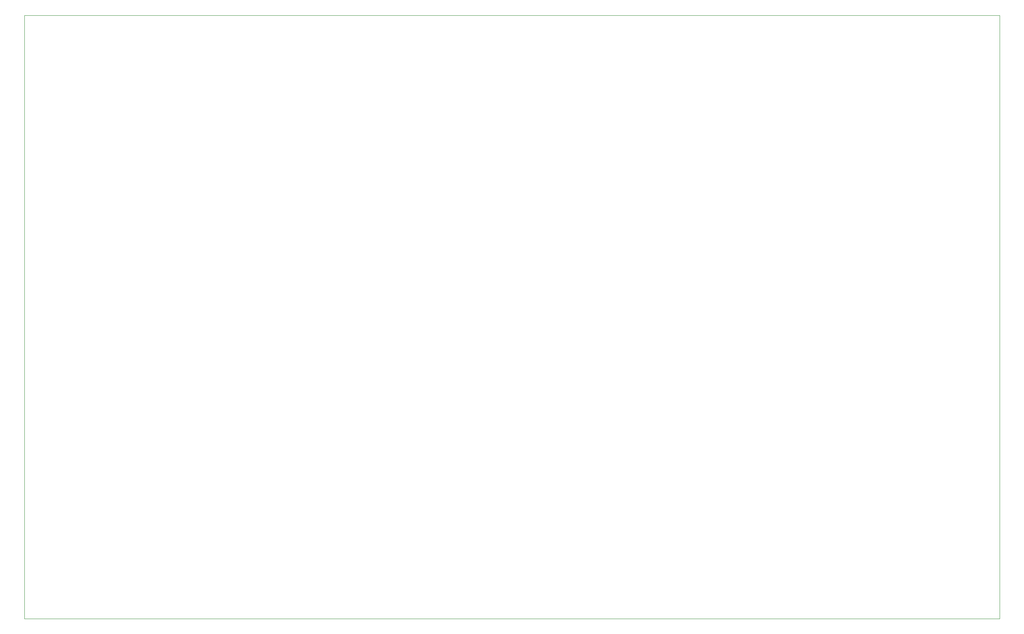
<source format=gm1>
G04*
G04 #@! TF.GenerationSoftware,Altium Limited,Altium Designer,21.2.2 (38)*
G04*
G04 Layer_Color=16711935*
%FSLAX25Y25*%
%MOIN*%
G70*
G04*
G04 #@! TF.SameCoordinates,F28A5215-CE45-4803-9B4C-17DA2ED16A0E*
G04*
G04*
G04 #@! TF.FilePolarity,Positive*
G04*
G01*
G75*
%ADD117C,0.00197*%
D117*
X0Y0D02*
X826772D01*
Y511811D01*
X0D02*
X826772D01*
X0Y0D02*
Y511811D01*
M02*

</source>
